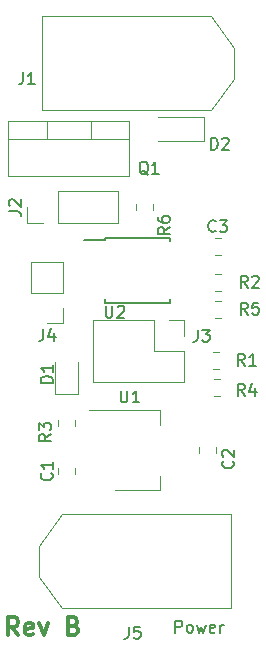
<source format=gbr>
G04 #@! TF.GenerationSoftware,KiCad,Pcbnew,(5.1.4)-1*
G04 #@! TF.CreationDate,2019-08-21T20:44:27-04:00*
G04 #@! TF.ProjectId,CABR_Schematic,43414252-5f53-4636-9865-6d617469632e,rev?*
G04 #@! TF.SameCoordinates,Original*
G04 #@! TF.FileFunction,Legend,Top*
G04 #@! TF.FilePolarity,Positive*
%FSLAX46Y46*%
G04 Gerber Fmt 4.6, Leading zero omitted, Abs format (unit mm)*
G04 Created by KiCad (PCBNEW (5.1.4)-1) date 2019-08-21 20:44:27*
%MOMM*%
%LPD*%
G04 APERTURE LIST*
%ADD10C,0.300000*%
%ADD11C,0.150000*%
%ADD12C,0.120000*%
%ADD13C,0.100000*%
G04 APERTURE END LIST*
D10*
X139152571Y-113454571D02*
X138652571Y-112740285D01*
X138295428Y-113454571D02*
X138295428Y-111954571D01*
X138866857Y-111954571D01*
X139009714Y-112026000D01*
X139081142Y-112097428D01*
X139152571Y-112240285D01*
X139152571Y-112454571D01*
X139081142Y-112597428D01*
X139009714Y-112668857D01*
X138866857Y-112740285D01*
X138295428Y-112740285D01*
X140366857Y-113383142D02*
X140224000Y-113454571D01*
X139938285Y-113454571D01*
X139795428Y-113383142D01*
X139724000Y-113240285D01*
X139724000Y-112668857D01*
X139795428Y-112526000D01*
X139938285Y-112454571D01*
X140224000Y-112454571D01*
X140366857Y-112526000D01*
X140438285Y-112668857D01*
X140438285Y-112811714D01*
X139724000Y-112954571D01*
X140938285Y-112454571D02*
X141295428Y-113454571D01*
X141652571Y-112454571D01*
X143866857Y-112668857D02*
X144081142Y-112740285D01*
X144152571Y-112811714D01*
X144224000Y-112954571D01*
X144224000Y-113168857D01*
X144152571Y-113311714D01*
X144081142Y-113383142D01*
X143938285Y-113454571D01*
X143366857Y-113454571D01*
X143366857Y-111954571D01*
X143866857Y-111954571D01*
X144009714Y-112026000D01*
X144081142Y-112097428D01*
X144152571Y-112240285D01*
X144152571Y-112383142D01*
X144081142Y-112526000D01*
X144009714Y-112597428D01*
X143866857Y-112668857D01*
X143366857Y-112668857D01*
D11*
X152455809Y-113228380D02*
X152455809Y-112228380D01*
X152836761Y-112228380D01*
X152932000Y-112276000D01*
X152979619Y-112323619D01*
X153027238Y-112418857D01*
X153027238Y-112561714D01*
X152979619Y-112656952D01*
X152932000Y-112704571D01*
X152836761Y-112752190D01*
X152455809Y-112752190D01*
X153598666Y-113228380D02*
X153503428Y-113180761D01*
X153455809Y-113133142D01*
X153408190Y-113037904D01*
X153408190Y-112752190D01*
X153455809Y-112656952D01*
X153503428Y-112609333D01*
X153598666Y-112561714D01*
X153741523Y-112561714D01*
X153836761Y-112609333D01*
X153884380Y-112656952D01*
X153932000Y-112752190D01*
X153932000Y-113037904D01*
X153884380Y-113133142D01*
X153836761Y-113180761D01*
X153741523Y-113228380D01*
X153598666Y-113228380D01*
X154265333Y-112561714D02*
X154455809Y-113228380D01*
X154646285Y-112752190D01*
X154836761Y-113228380D01*
X155027238Y-112561714D01*
X155789142Y-113180761D02*
X155693904Y-113228380D01*
X155503428Y-113228380D01*
X155408190Y-113180761D01*
X155360571Y-113085523D01*
X155360571Y-112704571D01*
X155408190Y-112609333D01*
X155503428Y-112561714D01*
X155693904Y-112561714D01*
X155789142Y-112609333D01*
X155836761Y-112704571D01*
X155836761Y-112799809D01*
X155360571Y-112895047D01*
X156265333Y-113228380D02*
X156265333Y-112561714D01*
X156265333Y-112752190D02*
X156312952Y-112656952D01*
X156360571Y-112609333D01*
X156455809Y-112561714D01*
X156551047Y-112561714D01*
D12*
X145297500Y-69945500D02*
X145297500Y-71455500D01*
X141596500Y-69945500D02*
X141596500Y-71455500D01*
X138326500Y-71455500D02*
X148566500Y-71455500D01*
X148566500Y-69945500D02*
X148566500Y-74586500D01*
X138326500Y-69945500D02*
X138326500Y-74586500D01*
X138326500Y-74586500D02*
X148566500Y-74586500D01*
X138326500Y-69945500D02*
X148566500Y-69945500D01*
X153222000Y-86808000D02*
X153222000Y-88138000D01*
X151892000Y-86808000D02*
X153222000Y-86808000D01*
X153222000Y-89408000D02*
X153222000Y-92008000D01*
X150622000Y-89408000D02*
X153222000Y-89408000D01*
X150622000Y-86808000D02*
X150622000Y-89408000D01*
X153222000Y-92008000D02*
X145482000Y-92008000D01*
X150622000Y-86808000D02*
X145482000Y-86808000D01*
X145482000Y-86808000D02*
X145482000Y-92008000D01*
D11*
X146475000Y-79795000D02*
X146475000Y-80000000D01*
X151975000Y-79795000D02*
X151975000Y-80095000D01*
X151975000Y-85305000D02*
X151975000Y-85005000D01*
X146475000Y-85305000D02*
X146475000Y-85005000D01*
X146475000Y-79795000D02*
X151975000Y-79795000D01*
X146475000Y-85305000D02*
X151975000Y-85305000D01*
X146475000Y-80000000D02*
X144725000Y-80000000D01*
D12*
X155775922Y-81228000D02*
X156293078Y-81228000D01*
X155775922Y-79808000D02*
X156293078Y-79808000D01*
X142546000Y-99826578D02*
X142546000Y-99309422D01*
X143966000Y-99826578D02*
X143966000Y-99309422D01*
X154484000Y-97531422D02*
X154484000Y-98048578D01*
X155904000Y-97531422D02*
X155904000Y-98048578D01*
X142296000Y-90361500D02*
X142296000Y-93046500D01*
X142296000Y-93046500D02*
X144216000Y-93046500D01*
X144216000Y-93046500D02*
X144216000Y-90361500D01*
X154904000Y-71612000D02*
X154904000Y-69612000D01*
X154904000Y-69612000D02*
X151004000Y-69612000D01*
X154904000Y-71612000D02*
X151004000Y-71612000D01*
D13*
X145835000Y-61024000D02*
X141135000Y-61024000D01*
X141135000Y-61024000D02*
X141135000Y-62624000D01*
X145535000Y-69024000D02*
X141335000Y-69024000D01*
X141335000Y-69024000D02*
X141235000Y-69024000D01*
X141235000Y-69024000D02*
X141135000Y-69024000D01*
X141135000Y-69024000D02*
X141135000Y-65024000D01*
X155435000Y-61024000D02*
X157435000Y-63724000D01*
X155435000Y-69024000D02*
X157435000Y-66324000D01*
X157435000Y-65024000D02*
X157435000Y-63774000D01*
X157435000Y-65024000D02*
X157435000Y-66274000D01*
X153035000Y-61024000D02*
X155435000Y-61024000D01*
X150035000Y-61024000D02*
X153035000Y-61024000D01*
X153035000Y-69024000D02*
X155435000Y-69024000D01*
X149935000Y-69024000D02*
X153035000Y-69024000D01*
X157435000Y-65124000D02*
X157435000Y-64824000D01*
X141135000Y-65024000D02*
X141135000Y-62624000D01*
X145535000Y-69024000D02*
X149935000Y-69024000D01*
X145835000Y-61024000D02*
X150035000Y-61024000D01*
D12*
X147634000Y-78546000D02*
X147634000Y-75886000D01*
X142494000Y-78546000D02*
X147634000Y-78546000D01*
X142494000Y-75886000D02*
X147634000Y-75886000D01*
X142494000Y-78546000D02*
X142494000Y-75886000D01*
X141224000Y-78546000D02*
X139894000Y-78546000D01*
X139894000Y-78546000D02*
X139894000Y-77216000D01*
X142935000Y-81855000D02*
X140275000Y-81855000D01*
X142935000Y-84455000D02*
X142935000Y-81855000D01*
X140275000Y-84455000D02*
X140275000Y-81855000D01*
X142935000Y-84455000D02*
X140275000Y-84455000D01*
X142935000Y-85725000D02*
X142935000Y-87055000D01*
X142935000Y-87055000D02*
X141605000Y-87055000D01*
D13*
X152488000Y-111188000D02*
X148288000Y-111188000D01*
X152788000Y-103188000D02*
X148388000Y-103188000D01*
X157188000Y-107188000D02*
X157188000Y-109588000D01*
X140888000Y-107088000D02*
X140888000Y-107388000D01*
X148388000Y-103188000D02*
X145288000Y-103188000D01*
X145288000Y-103188000D02*
X142888000Y-103188000D01*
X148288000Y-111188000D02*
X145288000Y-111188000D01*
X145288000Y-111188000D02*
X142888000Y-111188000D01*
X140888000Y-107188000D02*
X140888000Y-105938000D01*
X140888000Y-107188000D02*
X140888000Y-108438000D01*
X142888000Y-103188000D02*
X140888000Y-105888000D01*
X142888000Y-111188000D02*
X140888000Y-108488000D01*
X157188000Y-103188000D02*
X157188000Y-107188000D01*
X157088000Y-103188000D02*
X157188000Y-103188000D01*
X156988000Y-103188000D02*
X157088000Y-103188000D01*
X152788000Y-103188000D02*
X156988000Y-103188000D01*
X157188000Y-111188000D02*
X157188000Y-109588000D01*
X152488000Y-111188000D02*
X157188000Y-111188000D01*
D12*
X156136078Y-89460000D02*
X155618922Y-89460000D01*
X156136078Y-90880000D02*
X155618922Y-90880000D01*
X155775922Y-82856000D02*
X156293078Y-82856000D01*
X155775922Y-84276000D02*
X156293078Y-84276000D01*
X143966000Y-95245422D02*
X143966000Y-95762578D01*
X142546000Y-95245422D02*
X142546000Y-95762578D01*
X155697422Y-93166000D02*
X156214578Y-93166000D01*
X155697422Y-91746000D02*
X156214578Y-91746000D01*
X156293078Y-85142000D02*
X155775922Y-85142000D01*
X156293078Y-86562000D02*
X155775922Y-86562000D01*
X150570000Y-76957422D02*
X150570000Y-77474578D01*
X149150000Y-76957422D02*
X149150000Y-77474578D01*
X151135000Y-101200000D02*
X151135000Y-99940000D01*
X151135000Y-94380000D02*
X151135000Y-95640000D01*
X147375000Y-101200000D02*
X151135000Y-101200000D01*
X145125000Y-94380000D02*
X151135000Y-94380000D01*
D11*
X150145761Y-74461619D02*
X150050523Y-74414000D01*
X149955285Y-74318761D01*
X149812428Y-74175904D01*
X149717190Y-74128285D01*
X149621952Y-74128285D01*
X149669571Y-74366380D02*
X149574333Y-74318761D01*
X149479095Y-74223523D01*
X149431476Y-74033047D01*
X149431476Y-73699714D01*
X149479095Y-73509238D01*
X149574333Y-73414000D01*
X149669571Y-73366380D01*
X149860047Y-73366380D01*
X149955285Y-73414000D01*
X150050523Y-73509238D01*
X150098142Y-73699714D01*
X150098142Y-74033047D01*
X150050523Y-74223523D01*
X149955285Y-74318761D01*
X149860047Y-74366380D01*
X149669571Y-74366380D01*
X151050523Y-74366380D02*
X150479095Y-74366380D01*
X150764809Y-74366380D02*
X150764809Y-73366380D01*
X150669571Y-73509238D01*
X150574333Y-73604476D01*
X150479095Y-73652095D01*
X154352666Y-87590380D02*
X154352666Y-88304666D01*
X154305047Y-88447523D01*
X154209809Y-88542761D01*
X154066952Y-88590380D01*
X153971714Y-88590380D01*
X154733619Y-87590380D02*
X155352666Y-87590380D01*
X155019333Y-87971333D01*
X155162190Y-87971333D01*
X155257428Y-88018952D01*
X155305047Y-88066571D01*
X155352666Y-88161809D01*
X155352666Y-88399904D01*
X155305047Y-88495142D01*
X155257428Y-88542761D01*
X155162190Y-88590380D01*
X154876476Y-88590380D01*
X154781238Y-88542761D01*
X154733619Y-88495142D01*
X146558095Y-85558380D02*
X146558095Y-86367904D01*
X146605714Y-86463142D01*
X146653333Y-86510761D01*
X146748571Y-86558380D01*
X146939047Y-86558380D01*
X147034285Y-86510761D01*
X147081904Y-86463142D01*
X147129523Y-86367904D01*
X147129523Y-85558380D01*
X147558095Y-85653619D02*
X147605714Y-85606000D01*
X147700952Y-85558380D01*
X147939047Y-85558380D01*
X148034285Y-85606000D01*
X148081904Y-85653619D01*
X148129523Y-85748857D01*
X148129523Y-85844095D01*
X148081904Y-85986952D01*
X147510476Y-86558380D01*
X148129523Y-86558380D01*
X155867833Y-79225142D02*
X155820214Y-79272761D01*
X155677357Y-79320380D01*
X155582119Y-79320380D01*
X155439261Y-79272761D01*
X155344023Y-79177523D01*
X155296404Y-79082285D01*
X155248785Y-78891809D01*
X155248785Y-78748952D01*
X155296404Y-78558476D01*
X155344023Y-78463238D01*
X155439261Y-78368000D01*
X155582119Y-78320380D01*
X155677357Y-78320380D01*
X155820214Y-78368000D01*
X155867833Y-78415619D01*
X156201166Y-78320380D02*
X156820214Y-78320380D01*
X156486880Y-78701333D01*
X156629738Y-78701333D01*
X156724976Y-78748952D01*
X156772595Y-78796571D01*
X156820214Y-78891809D01*
X156820214Y-79129904D01*
X156772595Y-79225142D01*
X156724976Y-79272761D01*
X156629738Y-79320380D01*
X156344023Y-79320380D01*
X156248785Y-79272761D01*
X156201166Y-79225142D01*
X141963142Y-99734666D02*
X142010761Y-99782285D01*
X142058380Y-99925142D01*
X142058380Y-100020380D01*
X142010761Y-100163238D01*
X141915523Y-100258476D01*
X141820285Y-100306095D01*
X141629809Y-100353714D01*
X141486952Y-100353714D01*
X141296476Y-100306095D01*
X141201238Y-100258476D01*
X141106000Y-100163238D01*
X141058380Y-100020380D01*
X141058380Y-99925142D01*
X141106000Y-99782285D01*
X141153619Y-99734666D01*
X142058380Y-98782285D02*
X142058380Y-99353714D01*
X142058380Y-99068000D02*
X141058380Y-99068000D01*
X141201238Y-99163238D01*
X141296476Y-99258476D01*
X141344095Y-99353714D01*
X157329142Y-98718666D02*
X157376761Y-98766285D01*
X157424380Y-98909142D01*
X157424380Y-99004380D01*
X157376761Y-99147238D01*
X157281523Y-99242476D01*
X157186285Y-99290095D01*
X156995809Y-99337714D01*
X156852952Y-99337714D01*
X156662476Y-99290095D01*
X156567238Y-99242476D01*
X156472000Y-99147238D01*
X156424380Y-99004380D01*
X156424380Y-98909142D01*
X156472000Y-98766285D01*
X156519619Y-98718666D01*
X156519619Y-98337714D02*
X156472000Y-98290095D01*
X156424380Y-98194857D01*
X156424380Y-97956761D01*
X156472000Y-97861523D01*
X156519619Y-97813904D01*
X156614857Y-97766285D01*
X156710095Y-97766285D01*
X156852952Y-97813904D01*
X157424380Y-98385333D01*
X157424380Y-97766285D01*
X142058380Y-92099595D02*
X141058380Y-92099595D01*
X141058380Y-91861500D01*
X141106000Y-91718642D01*
X141201238Y-91623404D01*
X141296476Y-91575785D01*
X141486952Y-91528166D01*
X141629809Y-91528166D01*
X141820285Y-91575785D01*
X141915523Y-91623404D01*
X142010761Y-91718642D01*
X142058380Y-91861500D01*
X142058380Y-92099595D01*
X142058380Y-90575785D02*
X142058380Y-91147214D01*
X142058380Y-90861500D02*
X141058380Y-90861500D01*
X141201238Y-90956738D01*
X141296476Y-91051976D01*
X141344095Y-91147214D01*
X155471904Y-72334380D02*
X155471904Y-71334380D01*
X155710000Y-71334380D01*
X155852857Y-71382000D01*
X155948095Y-71477238D01*
X155995714Y-71572476D01*
X156043333Y-71762952D01*
X156043333Y-71905809D01*
X155995714Y-72096285D01*
X155948095Y-72191523D01*
X155852857Y-72286761D01*
X155710000Y-72334380D01*
X155471904Y-72334380D01*
X156424285Y-71429619D02*
X156471904Y-71382000D01*
X156567142Y-71334380D01*
X156805238Y-71334380D01*
X156900476Y-71382000D01*
X156948095Y-71429619D01*
X156995714Y-71524857D01*
X156995714Y-71620095D01*
X156948095Y-71762952D01*
X156376666Y-72334380D01*
X156995714Y-72334380D01*
X139557166Y-65809880D02*
X139557166Y-66524166D01*
X139509547Y-66667023D01*
X139414309Y-66762261D01*
X139271452Y-66809880D01*
X139176214Y-66809880D01*
X140557166Y-66809880D02*
X139985738Y-66809880D01*
X140271452Y-66809880D02*
X140271452Y-65809880D01*
X140176214Y-65952738D01*
X140080976Y-66047976D01*
X139985738Y-66095595D01*
X138346380Y-77549333D02*
X139060666Y-77549333D01*
X139203523Y-77596952D01*
X139298761Y-77692190D01*
X139346380Y-77835047D01*
X139346380Y-77930285D01*
X138441619Y-77120761D02*
X138394000Y-77073142D01*
X138346380Y-76977904D01*
X138346380Y-76739809D01*
X138394000Y-76644571D01*
X138441619Y-76596952D01*
X138536857Y-76549333D01*
X138632095Y-76549333D01*
X138774952Y-76596952D01*
X139346380Y-77168380D01*
X139346380Y-76549333D01*
X141271666Y-87507380D02*
X141271666Y-88221666D01*
X141224047Y-88364523D01*
X141128809Y-88459761D01*
X140985952Y-88507380D01*
X140890714Y-88507380D01*
X142176428Y-87840714D02*
X142176428Y-88507380D01*
X141938333Y-87459761D02*
X141700238Y-88174047D01*
X142319285Y-88174047D01*
X148510666Y-112736380D02*
X148510666Y-113450666D01*
X148463047Y-113593523D01*
X148367809Y-113688761D01*
X148224952Y-113736380D01*
X148129714Y-113736380D01*
X149463047Y-112736380D02*
X148986857Y-112736380D01*
X148939238Y-113212571D01*
X148986857Y-113164952D01*
X149082095Y-113117333D01*
X149320190Y-113117333D01*
X149415428Y-113164952D01*
X149463047Y-113212571D01*
X149510666Y-113307809D01*
X149510666Y-113545904D01*
X149463047Y-113641142D01*
X149415428Y-113688761D01*
X149320190Y-113736380D01*
X149082095Y-113736380D01*
X148986857Y-113688761D01*
X148939238Y-113641142D01*
X158329333Y-90622380D02*
X157996000Y-90146190D01*
X157757904Y-90622380D02*
X157757904Y-89622380D01*
X158138857Y-89622380D01*
X158234095Y-89670000D01*
X158281714Y-89717619D01*
X158329333Y-89812857D01*
X158329333Y-89955714D01*
X158281714Y-90050952D01*
X158234095Y-90098571D01*
X158138857Y-90146190D01*
X157757904Y-90146190D01*
X159281714Y-90622380D02*
X158710285Y-90622380D01*
X158996000Y-90622380D02*
X158996000Y-89622380D01*
X158900761Y-89765238D01*
X158805523Y-89860476D01*
X158710285Y-89908095D01*
X158583333Y-84018380D02*
X158250000Y-83542190D01*
X158011904Y-84018380D02*
X158011904Y-83018380D01*
X158392857Y-83018380D01*
X158488095Y-83066000D01*
X158535714Y-83113619D01*
X158583333Y-83208857D01*
X158583333Y-83351714D01*
X158535714Y-83446952D01*
X158488095Y-83494571D01*
X158392857Y-83542190D01*
X158011904Y-83542190D01*
X158964285Y-83113619D02*
X159011904Y-83066000D01*
X159107142Y-83018380D01*
X159345238Y-83018380D01*
X159440476Y-83066000D01*
X159488095Y-83113619D01*
X159535714Y-83208857D01*
X159535714Y-83304095D01*
X159488095Y-83446952D01*
X158916666Y-84018380D01*
X159535714Y-84018380D01*
X141930380Y-96432666D02*
X141454190Y-96766000D01*
X141930380Y-97004095D02*
X140930380Y-97004095D01*
X140930380Y-96623142D01*
X140978000Y-96527904D01*
X141025619Y-96480285D01*
X141120857Y-96432666D01*
X141263714Y-96432666D01*
X141358952Y-96480285D01*
X141406571Y-96527904D01*
X141454190Y-96623142D01*
X141454190Y-97004095D01*
X140930380Y-96099333D02*
X140930380Y-95480285D01*
X141311333Y-95813619D01*
X141311333Y-95670761D01*
X141358952Y-95575523D01*
X141406571Y-95527904D01*
X141501809Y-95480285D01*
X141739904Y-95480285D01*
X141835142Y-95527904D01*
X141882761Y-95575523D01*
X141930380Y-95670761D01*
X141930380Y-95956476D01*
X141882761Y-96051714D01*
X141835142Y-96099333D01*
X158329333Y-93162380D02*
X157996000Y-92686190D01*
X157757904Y-93162380D02*
X157757904Y-92162380D01*
X158138857Y-92162380D01*
X158234095Y-92210000D01*
X158281714Y-92257619D01*
X158329333Y-92352857D01*
X158329333Y-92495714D01*
X158281714Y-92590952D01*
X158234095Y-92638571D01*
X158138857Y-92686190D01*
X157757904Y-92686190D01*
X159186476Y-92495714D02*
X159186476Y-93162380D01*
X158948380Y-92114761D02*
X158710285Y-92829047D01*
X159329333Y-92829047D01*
X158583333Y-86304380D02*
X158250000Y-85828190D01*
X158011904Y-86304380D02*
X158011904Y-85304380D01*
X158392857Y-85304380D01*
X158488095Y-85352000D01*
X158535714Y-85399619D01*
X158583333Y-85494857D01*
X158583333Y-85637714D01*
X158535714Y-85732952D01*
X158488095Y-85780571D01*
X158392857Y-85828190D01*
X158011904Y-85828190D01*
X159488095Y-85304380D02*
X159011904Y-85304380D01*
X158964285Y-85780571D01*
X159011904Y-85732952D01*
X159107142Y-85685333D01*
X159345238Y-85685333D01*
X159440476Y-85732952D01*
X159488095Y-85780571D01*
X159535714Y-85875809D01*
X159535714Y-86113904D01*
X159488095Y-86209142D01*
X159440476Y-86256761D01*
X159345238Y-86304380D01*
X159107142Y-86304380D01*
X159011904Y-86256761D01*
X158964285Y-86209142D01*
X151962380Y-78906666D02*
X151486190Y-79240000D01*
X151962380Y-79478095D02*
X150962380Y-79478095D01*
X150962380Y-79097142D01*
X151010000Y-79001904D01*
X151057619Y-78954285D01*
X151152857Y-78906666D01*
X151295714Y-78906666D01*
X151390952Y-78954285D01*
X151438571Y-79001904D01*
X151486190Y-79097142D01*
X151486190Y-79478095D01*
X150962380Y-78049523D02*
X150962380Y-78240000D01*
X151010000Y-78335238D01*
X151057619Y-78382857D01*
X151200476Y-78478095D01*
X151390952Y-78525714D01*
X151771904Y-78525714D01*
X151867142Y-78478095D01*
X151914761Y-78430476D01*
X151962380Y-78335238D01*
X151962380Y-78144761D01*
X151914761Y-78049523D01*
X151867142Y-78001904D01*
X151771904Y-77954285D01*
X151533809Y-77954285D01*
X151438571Y-78001904D01*
X151390952Y-78049523D01*
X151343333Y-78144761D01*
X151343333Y-78335238D01*
X151390952Y-78430476D01*
X151438571Y-78478095D01*
X151533809Y-78525714D01*
X147828095Y-92742380D02*
X147828095Y-93551904D01*
X147875714Y-93647142D01*
X147923333Y-93694761D01*
X148018571Y-93742380D01*
X148209047Y-93742380D01*
X148304285Y-93694761D01*
X148351904Y-93647142D01*
X148399523Y-93551904D01*
X148399523Y-92742380D01*
X149399523Y-93742380D02*
X148828095Y-93742380D01*
X149113809Y-93742380D02*
X149113809Y-92742380D01*
X149018571Y-92885238D01*
X148923333Y-92980476D01*
X148828095Y-93028095D01*
M02*

</source>
